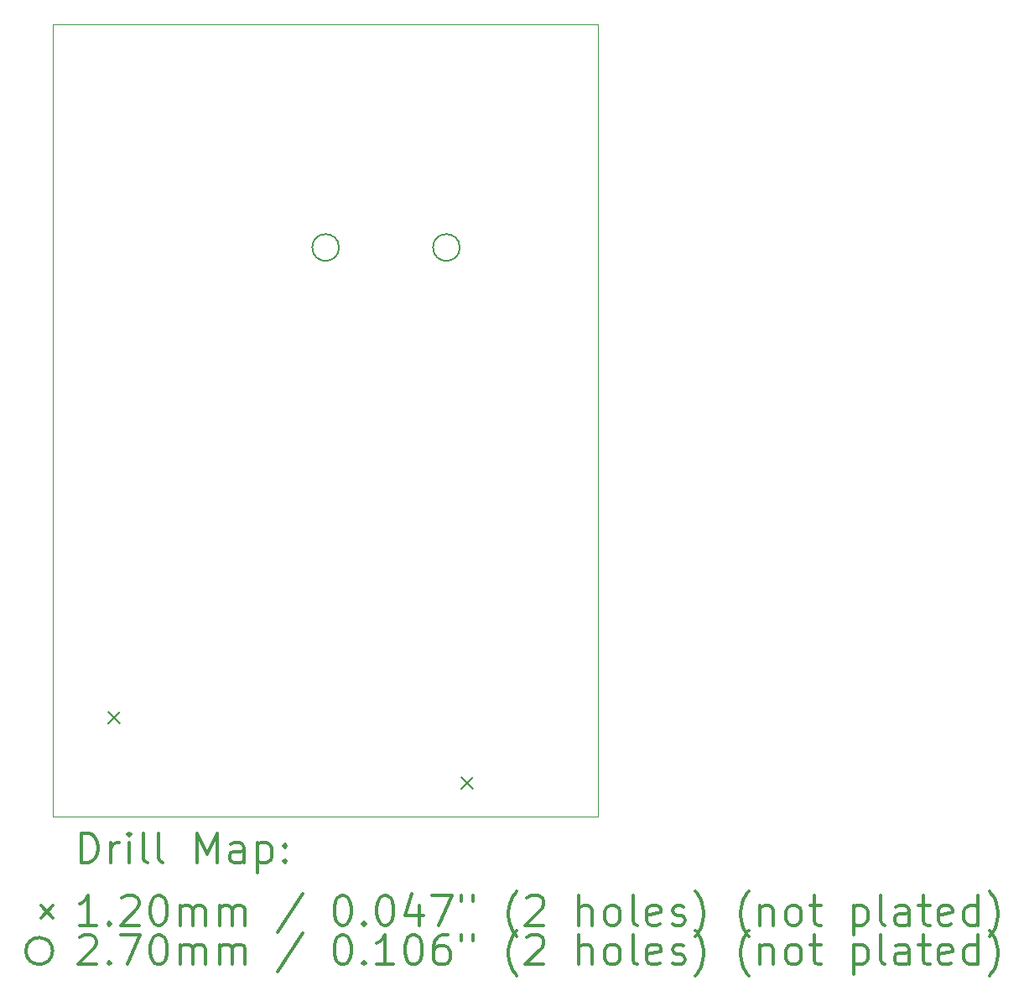
<source format=gbr>
%FSLAX45Y45*%
G04 Gerber Fmt 4.5, Leading zero omitted, Abs format (unit mm)*
G04 Created by KiCad (PCBNEW 5.1.6+dfsg1-1~bpo9+1) date 2022-04-20 22:27:03*
%MOMM*%
%LPD*%
G01*
G04 APERTURE LIST*
%TA.AperFunction,Profile*%
%ADD10C,0.050000*%
%TD*%
%ADD11C,0.200000*%
%ADD12C,0.300000*%
G04 APERTURE END LIST*
D10*
X7000000Y-5500000D02*
X12500000Y-5500000D01*
X12500000Y-13500000D02*
X12500000Y-5500000D01*
X7000000Y-13500000D02*
X7000000Y-5500000D01*
X7000000Y-13500000D02*
X12500000Y-13500000D01*
D11*
X7560000Y-12440000D02*
X7680000Y-12560000D01*
X7680000Y-12440000D02*
X7560000Y-12560000D01*
X11119150Y-13104800D02*
X11239150Y-13224800D01*
X11239150Y-13104800D02*
X11119150Y-13224800D01*
X11107800Y-7754400D02*
G75*
G03*
X11107800Y-7754400I-135000J0D01*
G01*
X9888600Y-7754400D02*
G75*
G03*
X9888600Y-7754400I-135000J0D01*
G01*
D12*
X7283928Y-13968214D02*
X7283928Y-13668214D01*
X7355357Y-13668214D01*
X7398214Y-13682500D01*
X7426786Y-13711071D01*
X7441071Y-13739643D01*
X7455357Y-13796786D01*
X7455357Y-13839643D01*
X7441071Y-13896786D01*
X7426786Y-13925357D01*
X7398214Y-13953929D01*
X7355357Y-13968214D01*
X7283928Y-13968214D01*
X7583928Y-13968214D02*
X7583928Y-13768214D01*
X7583928Y-13825357D02*
X7598214Y-13796786D01*
X7612500Y-13782500D01*
X7641071Y-13768214D01*
X7669643Y-13768214D01*
X7769643Y-13968214D02*
X7769643Y-13768214D01*
X7769643Y-13668214D02*
X7755357Y-13682500D01*
X7769643Y-13696786D01*
X7783928Y-13682500D01*
X7769643Y-13668214D01*
X7769643Y-13696786D01*
X7955357Y-13968214D02*
X7926786Y-13953929D01*
X7912500Y-13925357D01*
X7912500Y-13668214D01*
X8112500Y-13968214D02*
X8083928Y-13953929D01*
X8069643Y-13925357D01*
X8069643Y-13668214D01*
X8455357Y-13968214D02*
X8455357Y-13668214D01*
X8555357Y-13882500D01*
X8655357Y-13668214D01*
X8655357Y-13968214D01*
X8926786Y-13968214D02*
X8926786Y-13811071D01*
X8912500Y-13782500D01*
X8883928Y-13768214D01*
X8826786Y-13768214D01*
X8798214Y-13782500D01*
X8926786Y-13953929D02*
X8898214Y-13968214D01*
X8826786Y-13968214D01*
X8798214Y-13953929D01*
X8783928Y-13925357D01*
X8783928Y-13896786D01*
X8798214Y-13868214D01*
X8826786Y-13853929D01*
X8898214Y-13853929D01*
X8926786Y-13839643D01*
X9069643Y-13768214D02*
X9069643Y-14068214D01*
X9069643Y-13782500D02*
X9098214Y-13768214D01*
X9155357Y-13768214D01*
X9183928Y-13782500D01*
X9198214Y-13796786D01*
X9212500Y-13825357D01*
X9212500Y-13911071D01*
X9198214Y-13939643D01*
X9183928Y-13953929D01*
X9155357Y-13968214D01*
X9098214Y-13968214D01*
X9069643Y-13953929D01*
X9341071Y-13939643D02*
X9355357Y-13953929D01*
X9341071Y-13968214D01*
X9326786Y-13953929D01*
X9341071Y-13939643D01*
X9341071Y-13968214D01*
X9341071Y-13782500D02*
X9355357Y-13796786D01*
X9341071Y-13811071D01*
X9326786Y-13796786D01*
X9341071Y-13782500D01*
X9341071Y-13811071D01*
X6877500Y-14402500D02*
X6997500Y-14522500D01*
X6997500Y-14402500D02*
X6877500Y-14522500D01*
X7441071Y-14598214D02*
X7269643Y-14598214D01*
X7355357Y-14598214D02*
X7355357Y-14298214D01*
X7326786Y-14341071D01*
X7298214Y-14369643D01*
X7269643Y-14383929D01*
X7569643Y-14569643D02*
X7583928Y-14583929D01*
X7569643Y-14598214D01*
X7555357Y-14583929D01*
X7569643Y-14569643D01*
X7569643Y-14598214D01*
X7698214Y-14326786D02*
X7712500Y-14312500D01*
X7741071Y-14298214D01*
X7812500Y-14298214D01*
X7841071Y-14312500D01*
X7855357Y-14326786D01*
X7869643Y-14355357D01*
X7869643Y-14383929D01*
X7855357Y-14426786D01*
X7683928Y-14598214D01*
X7869643Y-14598214D01*
X8055357Y-14298214D02*
X8083928Y-14298214D01*
X8112500Y-14312500D01*
X8126786Y-14326786D01*
X8141071Y-14355357D01*
X8155357Y-14412500D01*
X8155357Y-14483929D01*
X8141071Y-14541071D01*
X8126786Y-14569643D01*
X8112500Y-14583929D01*
X8083928Y-14598214D01*
X8055357Y-14598214D01*
X8026786Y-14583929D01*
X8012500Y-14569643D01*
X7998214Y-14541071D01*
X7983928Y-14483929D01*
X7983928Y-14412500D01*
X7998214Y-14355357D01*
X8012500Y-14326786D01*
X8026786Y-14312500D01*
X8055357Y-14298214D01*
X8283928Y-14598214D02*
X8283928Y-14398214D01*
X8283928Y-14426786D02*
X8298214Y-14412500D01*
X8326786Y-14398214D01*
X8369643Y-14398214D01*
X8398214Y-14412500D01*
X8412500Y-14441071D01*
X8412500Y-14598214D01*
X8412500Y-14441071D02*
X8426786Y-14412500D01*
X8455357Y-14398214D01*
X8498214Y-14398214D01*
X8526786Y-14412500D01*
X8541071Y-14441071D01*
X8541071Y-14598214D01*
X8683928Y-14598214D02*
X8683928Y-14398214D01*
X8683928Y-14426786D02*
X8698214Y-14412500D01*
X8726786Y-14398214D01*
X8769643Y-14398214D01*
X8798214Y-14412500D01*
X8812500Y-14441071D01*
X8812500Y-14598214D01*
X8812500Y-14441071D02*
X8826786Y-14412500D01*
X8855357Y-14398214D01*
X8898214Y-14398214D01*
X8926786Y-14412500D01*
X8941071Y-14441071D01*
X8941071Y-14598214D01*
X9526786Y-14283929D02*
X9269643Y-14669643D01*
X9912500Y-14298214D02*
X9941071Y-14298214D01*
X9969643Y-14312500D01*
X9983928Y-14326786D01*
X9998214Y-14355357D01*
X10012500Y-14412500D01*
X10012500Y-14483929D01*
X9998214Y-14541071D01*
X9983928Y-14569643D01*
X9969643Y-14583929D01*
X9941071Y-14598214D01*
X9912500Y-14598214D01*
X9883928Y-14583929D01*
X9869643Y-14569643D01*
X9855357Y-14541071D01*
X9841071Y-14483929D01*
X9841071Y-14412500D01*
X9855357Y-14355357D01*
X9869643Y-14326786D01*
X9883928Y-14312500D01*
X9912500Y-14298214D01*
X10141071Y-14569643D02*
X10155357Y-14583929D01*
X10141071Y-14598214D01*
X10126786Y-14583929D01*
X10141071Y-14569643D01*
X10141071Y-14598214D01*
X10341071Y-14298214D02*
X10369643Y-14298214D01*
X10398214Y-14312500D01*
X10412500Y-14326786D01*
X10426786Y-14355357D01*
X10441071Y-14412500D01*
X10441071Y-14483929D01*
X10426786Y-14541071D01*
X10412500Y-14569643D01*
X10398214Y-14583929D01*
X10369643Y-14598214D01*
X10341071Y-14598214D01*
X10312500Y-14583929D01*
X10298214Y-14569643D01*
X10283928Y-14541071D01*
X10269643Y-14483929D01*
X10269643Y-14412500D01*
X10283928Y-14355357D01*
X10298214Y-14326786D01*
X10312500Y-14312500D01*
X10341071Y-14298214D01*
X10698214Y-14398214D02*
X10698214Y-14598214D01*
X10626786Y-14283929D02*
X10555357Y-14498214D01*
X10741071Y-14498214D01*
X10826786Y-14298214D02*
X11026786Y-14298214D01*
X10898214Y-14598214D01*
X11126786Y-14298214D02*
X11126786Y-14355357D01*
X11241071Y-14298214D02*
X11241071Y-14355357D01*
X11683928Y-14712500D02*
X11669643Y-14698214D01*
X11641071Y-14655357D01*
X11626786Y-14626786D01*
X11612500Y-14583929D01*
X11598214Y-14512500D01*
X11598214Y-14455357D01*
X11612500Y-14383929D01*
X11626786Y-14341071D01*
X11641071Y-14312500D01*
X11669643Y-14269643D01*
X11683928Y-14255357D01*
X11783928Y-14326786D02*
X11798214Y-14312500D01*
X11826786Y-14298214D01*
X11898214Y-14298214D01*
X11926786Y-14312500D01*
X11941071Y-14326786D01*
X11955357Y-14355357D01*
X11955357Y-14383929D01*
X11941071Y-14426786D01*
X11769643Y-14598214D01*
X11955357Y-14598214D01*
X12312500Y-14598214D02*
X12312500Y-14298214D01*
X12441071Y-14598214D02*
X12441071Y-14441071D01*
X12426786Y-14412500D01*
X12398214Y-14398214D01*
X12355357Y-14398214D01*
X12326786Y-14412500D01*
X12312500Y-14426786D01*
X12626786Y-14598214D02*
X12598214Y-14583929D01*
X12583928Y-14569643D01*
X12569643Y-14541071D01*
X12569643Y-14455357D01*
X12583928Y-14426786D01*
X12598214Y-14412500D01*
X12626786Y-14398214D01*
X12669643Y-14398214D01*
X12698214Y-14412500D01*
X12712500Y-14426786D01*
X12726786Y-14455357D01*
X12726786Y-14541071D01*
X12712500Y-14569643D01*
X12698214Y-14583929D01*
X12669643Y-14598214D01*
X12626786Y-14598214D01*
X12898214Y-14598214D02*
X12869643Y-14583929D01*
X12855357Y-14555357D01*
X12855357Y-14298214D01*
X13126786Y-14583929D02*
X13098214Y-14598214D01*
X13041071Y-14598214D01*
X13012500Y-14583929D01*
X12998214Y-14555357D01*
X12998214Y-14441071D01*
X13012500Y-14412500D01*
X13041071Y-14398214D01*
X13098214Y-14398214D01*
X13126786Y-14412500D01*
X13141071Y-14441071D01*
X13141071Y-14469643D01*
X12998214Y-14498214D01*
X13255357Y-14583929D02*
X13283928Y-14598214D01*
X13341071Y-14598214D01*
X13369643Y-14583929D01*
X13383928Y-14555357D01*
X13383928Y-14541071D01*
X13369643Y-14512500D01*
X13341071Y-14498214D01*
X13298214Y-14498214D01*
X13269643Y-14483929D01*
X13255357Y-14455357D01*
X13255357Y-14441071D01*
X13269643Y-14412500D01*
X13298214Y-14398214D01*
X13341071Y-14398214D01*
X13369643Y-14412500D01*
X13483928Y-14712500D02*
X13498214Y-14698214D01*
X13526786Y-14655357D01*
X13541071Y-14626786D01*
X13555357Y-14583929D01*
X13569643Y-14512500D01*
X13569643Y-14455357D01*
X13555357Y-14383929D01*
X13541071Y-14341071D01*
X13526786Y-14312500D01*
X13498214Y-14269643D01*
X13483928Y-14255357D01*
X14026786Y-14712500D02*
X14012500Y-14698214D01*
X13983928Y-14655357D01*
X13969643Y-14626786D01*
X13955357Y-14583929D01*
X13941071Y-14512500D01*
X13941071Y-14455357D01*
X13955357Y-14383929D01*
X13969643Y-14341071D01*
X13983928Y-14312500D01*
X14012500Y-14269643D01*
X14026786Y-14255357D01*
X14141071Y-14398214D02*
X14141071Y-14598214D01*
X14141071Y-14426786D02*
X14155357Y-14412500D01*
X14183928Y-14398214D01*
X14226786Y-14398214D01*
X14255357Y-14412500D01*
X14269643Y-14441071D01*
X14269643Y-14598214D01*
X14455357Y-14598214D02*
X14426786Y-14583929D01*
X14412500Y-14569643D01*
X14398214Y-14541071D01*
X14398214Y-14455357D01*
X14412500Y-14426786D01*
X14426786Y-14412500D01*
X14455357Y-14398214D01*
X14498214Y-14398214D01*
X14526786Y-14412500D01*
X14541071Y-14426786D01*
X14555357Y-14455357D01*
X14555357Y-14541071D01*
X14541071Y-14569643D01*
X14526786Y-14583929D01*
X14498214Y-14598214D01*
X14455357Y-14598214D01*
X14641071Y-14398214D02*
X14755357Y-14398214D01*
X14683928Y-14298214D02*
X14683928Y-14555357D01*
X14698214Y-14583929D01*
X14726786Y-14598214D01*
X14755357Y-14598214D01*
X15083928Y-14398214D02*
X15083928Y-14698214D01*
X15083928Y-14412500D02*
X15112500Y-14398214D01*
X15169643Y-14398214D01*
X15198214Y-14412500D01*
X15212500Y-14426786D01*
X15226786Y-14455357D01*
X15226786Y-14541071D01*
X15212500Y-14569643D01*
X15198214Y-14583929D01*
X15169643Y-14598214D01*
X15112500Y-14598214D01*
X15083928Y-14583929D01*
X15398214Y-14598214D02*
X15369643Y-14583929D01*
X15355357Y-14555357D01*
X15355357Y-14298214D01*
X15641071Y-14598214D02*
X15641071Y-14441071D01*
X15626786Y-14412500D01*
X15598214Y-14398214D01*
X15541071Y-14398214D01*
X15512500Y-14412500D01*
X15641071Y-14583929D02*
X15612500Y-14598214D01*
X15541071Y-14598214D01*
X15512500Y-14583929D01*
X15498214Y-14555357D01*
X15498214Y-14526786D01*
X15512500Y-14498214D01*
X15541071Y-14483929D01*
X15612500Y-14483929D01*
X15641071Y-14469643D01*
X15741071Y-14398214D02*
X15855357Y-14398214D01*
X15783928Y-14298214D02*
X15783928Y-14555357D01*
X15798214Y-14583929D01*
X15826786Y-14598214D01*
X15855357Y-14598214D01*
X16069643Y-14583929D02*
X16041071Y-14598214D01*
X15983928Y-14598214D01*
X15955357Y-14583929D01*
X15941071Y-14555357D01*
X15941071Y-14441071D01*
X15955357Y-14412500D01*
X15983928Y-14398214D01*
X16041071Y-14398214D01*
X16069643Y-14412500D01*
X16083928Y-14441071D01*
X16083928Y-14469643D01*
X15941071Y-14498214D01*
X16341071Y-14598214D02*
X16341071Y-14298214D01*
X16341071Y-14583929D02*
X16312500Y-14598214D01*
X16255357Y-14598214D01*
X16226786Y-14583929D01*
X16212500Y-14569643D01*
X16198214Y-14541071D01*
X16198214Y-14455357D01*
X16212500Y-14426786D01*
X16226786Y-14412500D01*
X16255357Y-14398214D01*
X16312500Y-14398214D01*
X16341071Y-14412500D01*
X16455357Y-14712500D02*
X16469643Y-14698214D01*
X16498214Y-14655357D01*
X16512500Y-14626786D01*
X16526786Y-14583929D01*
X16541071Y-14512500D01*
X16541071Y-14455357D01*
X16526786Y-14383929D01*
X16512500Y-14341071D01*
X16498214Y-14312500D01*
X16469643Y-14269643D01*
X16455357Y-14255357D01*
X6997500Y-14858500D02*
G75*
G03*
X6997500Y-14858500I-135000J0D01*
G01*
X7269643Y-14722786D02*
X7283928Y-14708500D01*
X7312500Y-14694214D01*
X7383928Y-14694214D01*
X7412500Y-14708500D01*
X7426786Y-14722786D01*
X7441071Y-14751357D01*
X7441071Y-14779929D01*
X7426786Y-14822786D01*
X7255357Y-14994214D01*
X7441071Y-14994214D01*
X7569643Y-14965643D02*
X7583928Y-14979929D01*
X7569643Y-14994214D01*
X7555357Y-14979929D01*
X7569643Y-14965643D01*
X7569643Y-14994214D01*
X7683928Y-14694214D02*
X7883928Y-14694214D01*
X7755357Y-14994214D01*
X8055357Y-14694214D02*
X8083928Y-14694214D01*
X8112500Y-14708500D01*
X8126786Y-14722786D01*
X8141071Y-14751357D01*
X8155357Y-14808500D01*
X8155357Y-14879929D01*
X8141071Y-14937071D01*
X8126786Y-14965643D01*
X8112500Y-14979929D01*
X8083928Y-14994214D01*
X8055357Y-14994214D01*
X8026786Y-14979929D01*
X8012500Y-14965643D01*
X7998214Y-14937071D01*
X7983928Y-14879929D01*
X7983928Y-14808500D01*
X7998214Y-14751357D01*
X8012500Y-14722786D01*
X8026786Y-14708500D01*
X8055357Y-14694214D01*
X8283928Y-14994214D02*
X8283928Y-14794214D01*
X8283928Y-14822786D02*
X8298214Y-14808500D01*
X8326786Y-14794214D01*
X8369643Y-14794214D01*
X8398214Y-14808500D01*
X8412500Y-14837071D01*
X8412500Y-14994214D01*
X8412500Y-14837071D02*
X8426786Y-14808500D01*
X8455357Y-14794214D01*
X8498214Y-14794214D01*
X8526786Y-14808500D01*
X8541071Y-14837071D01*
X8541071Y-14994214D01*
X8683928Y-14994214D02*
X8683928Y-14794214D01*
X8683928Y-14822786D02*
X8698214Y-14808500D01*
X8726786Y-14794214D01*
X8769643Y-14794214D01*
X8798214Y-14808500D01*
X8812500Y-14837071D01*
X8812500Y-14994214D01*
X8812500Y-14837071D02*
X8826786Y-14808500D01*
X8855357Y-14794214D01*
X8898214Y-14794214D01*
X8926786Y-14808500D01*
X8941071Y-14837071D01*
X8941071Y-14994214D01*
X9526786Y-14679929D02*
X9269643Y-15065643D01*
X9912500Y-14694214D02*
X9941071Y-14694214D01*
X9969643Y-14708500D01*
X9983928Y-14722786D01*
X9998214Y-14751357D01*
X10012500Y-14808500D01*
X10012500Y-14879929D01*
X9998214Y-14937071D01*
X9983928Y-14965643D01*
X9969643Y-14979929D01*
X9941071Y-14994214D01*
X9912500Y-14994214D01*
X9883928Y-14979929D01*
X9869643Y-14965643D01*
X9855357Y-14937071D01*
X9841071Y-14879929D01*
X9841071Y-14808500D01*
X9855357Y-14751357D01*
X9869643Y-14722786D01*
X9883928Y-14708500D01*
X9912500Y-14694214D01*
X10141071Y-14965643D02*
X10155357Y-14979929D01*
X10141071Y-14994214D01*
X10126786Y-14979929D01*
X10141071Y-14965643D01*
X10141071Y-14994214D01*
X10441071Y-14994214D02*
X10269643Y-14994214D01*
X10355357Y-14994214D02*
X10355357Y-14694214D01*
X10326786Y-14737071D01*
X10298214Y-14765643D01*
X10269643Y-14779929D01*
X10626786Y-14694214D02*
X10655357Y-14694214D01*
X10683928Y-14708500D01*
X10698214Y-14722786D01*
X10712500Y-14751357D01*
X10726786Y-14808500D01*
X10726786Y-14879929D01*
X10712500Y-14937071D01*
X10698214Y-14965643D01*
X10683928Y-14979929D01*
X10655357Y-14994214D01*
X10626786Y-14994214D01*
X10598214Y-14979929D01*
X10583928Y-14965643D01*
X10569643Y-14937071D01*
X10555357Y-14879929D01*
X10555357Y-14808500D01*
X10569643Y-14751357D01*
X10583928Y-14722786D01*
X10598214Y-14708500D01*
X10626786Y-14694214D01*
X10983928Y-14694214D02*
X10926786Y-14694214D01*
X10898214Y-14708500D01*
X10883928Y-14722786D01*
X10855357Y-14765643D01*
X10841071Y-14822786D01*
X10841071Y-14937071D01*
X10855357Y-14965643D01*
X10869643Y-14979929D01*
X10898214Y-14994214D01*
X10955357Y-14994214D01*
X10983928Y-14979929D01*
X10998214Y-14965643D01*
X11012500Y-14937071D01*
X11012500Y-14865643D01*
X10998214Y-14837071D01*
X10983928Y-14822786D01*
X10955357Y-14808500D01*
X10898214Y-14808500D01*
X10869643Y-14822786D01*
X10855357Y-14837071D01*
X10841071Y-14865643D01*
X11126786Y-14694214D02*
X11126786Y-14751357D01*
X11241071Y-14694214D02*
X11241071Y-14751357D01*
X11683928Y-15108500D02*
X11669643Y-15094214D01*
X11641071Y-15051357D01*
X11626786Y-15022786D01*
X11612500Y-14979929D01*
X11598214Y-14908500D01*
X11598214Y-14851357D01*
X11612500Y-14779929D01*
X11626786Y-14737071D01*
X11641071Y-14708500D01*
X11669643Y-14665643D01*
X11683928Y-14651357D01*
X11783928Y-14722786D02*
X11798214Y-14708500D01*
X11826786Y-14694214D01*
X11898214Y-14694214D01*
X11926786Y-14708500D01*
X11941071Y-14722786D01*
X11955357Y-14751357D01*
X11955357Y-14779929D01*
X11941071Y-14822786D01*
X11769643Y-14994214D01*
X11955357Y-14994214D01*
X12312500Y-14994214D02*
X12312500Y-14694214D01*
X12441071Y-14994214D02*
X12441071Y-14837071D01*
X12426786Y-14808500D01*
X12398214Y-14794214D01*
X12355357Y-14794214D01*
X12326786Y-14808500D01*
X12312500Y-14822786D01*
X12626786Y-14994214D02*
X12598214Y-14979929D01*
X12583928Y-14965643D01*
X12569643Y-14937071D01*
X12569643Y-14851357D01*
X12583928Y-14822786D01*
X12598214Y-14808500D01*
X12626786Y-14794214D01*
X12669643Y-14794214D01*
X12698214Y-14808500D01*
X12712500Y-14822786D01*
X12726786Y-14851357D01*
X12726786Y-14937071D01*
X12712500Y-14965643D01*
X12698214Y-14979929D01*
X12669643Y-14994214D01*
X12626786Y-14994214D01*
X12898214Y-14994214D02*
X12869643Y-14979929D01*
X12855357Y-14951357D01*
X12855357Y-14694214D01*
X13126786Y-14979929D02*
X13098214Y-14994214D01*
X13041071Y-14994214D01*
X13012500Y-14979929D01*
X12998214Y-14951357D01*
X12998214Y-14837071D01*
X13012500Y-14808500D01*
X13041071Y-14794214D01*
X13098214Y-14794214D01*
X13126786Y-14808500D01*
X13141071Y-14837071D01*
X13141071Y-14865643D01*
X12998214Y-14894214D01*
X13255357Y-14979929D02*
X13283928Y-14994214D01*
X13341071Y-14994214D01*
X13369643Y-14979929D01*
X13383928Y-14951357D01*
X13383928Y-14937071D01*
X13369643Y-14908500D01*
X13341071Y-14894214D01*
X13298214Y-14894214D01*
X13269643Y-14879929D01*
X13255357Y-14851357D01*
X13255357Y-14837071D01*
X13269643Y-14808500D01*
X13298214Y-14794214D01*
X13341071Y-14794214D01*
X13369643Y-14808500D01*
X13483928Y-15108500D02*
X13498214Y-15094214D01*
X13526786Y-15051357D01*
X13541071Y-15022786D01*
X13555357Y-14979929D01*
X13569643Y-14908500D01*
X13569643Y-14851357D01*
X13555357Y-14779929D01*
X13541071Y-14737071D01*
X13526786Y-14708500D01*
X13498214Y-14665643D01*
X13483928Y-14651357D01*
X14026786Y-15108500D02*
X14012500Y-15094214D01*
X13983928Y-15051357D01*
X13969643Y-15022786D01*
X13955357Y-14979929D01*
X13941071Y-14908500D01*
X13941071Y-14851357D01*
X13955357Y-14779929D01*
X13969643Y-14737071D01*
X13983928Y-14708500D01*
X14012500Y-14665643D01*
X14026786Y-14651357D01*
X14141071Y-14794214D02*
X14141071Y-14994214D01*
X14141071Y-14822786D02*
X14155357Y-14808500D01*
X14183928Y-14794214D01*
X14226786Y-14794214D01*
X14255357Y-14808500D01*
X14269643Y-14837071D01*
X14269643Y-14994214D01*
X14455357Y-14994214D02*
X14426786Y-14979929D01*
X14412500Y-14965643D01*
X14398214Y-14937071D01*
X14398214Y-14851357D01*
X14412500Y-14822786D01*
X14426786Y-14808500D01*
X14455357Y-14794214D01*
X14498214Y-14794214D01*
X14526786Y-14808500D01*
X14541071Y-14822786D01*
X14555357Y-14851357D01*
X14555357Y-14937071D01*
X14541071Y-14965643D01*
X14526786Y-14979929D01*
X14498214Y-14994214D01*
X14455357Y-14994214D01*
X14641071Y-14794214D02*
X14755357Y-14794214D01*
X14683928Y-14694214D02*
X14683928Y-14951357D01*
X14698214Y-14979929D01*
X14726786Y-14994214D01*
X14755357Y-14994214D01*
X15083928Y-14794214D02*
X15083928Y-15094214D01*
X15083928Y-14808500D02*
X15112500Y-14794214D01*
X15169643Y-14794214D01*
X15198214Y-14808500D01*
X15212500Y-14822786D01*
X15226786Y-14851357D01*
X15226786Y-14937071D01*
X15212500Y-14965643D01*
X15198214Y-14979929D01*
X15169643Y-14994214D01*
X15112500Y-14994214D01*
X15083928Y-14979929D01*
X15398214Y-14994214D02*
X15369643Y-14979929D01*
X15355357Y-14951357D01*
X15355357Y-14694214D01*
X15641071Y-14994214D02*
X15641071Y-14837071D01*
X15626786Y-14808500D01*
X15598214Y-14794214D01*
X15541071Y-14794214D01*
X15512500Y-14808500D01*
X15641071Y-14979929D02*
X15612500Y-14994214D01*
X15541071Y-14994214D01*
X15512500Y-14979929D01*
X15498214Y-14951357D01*
X15498214Y-14922786D01*
X15512500Y-14894214D01*
X15541071Y-14879929D01*
X15612500Y-14879929D01*
X15641071Y-14865643D01*
X15741071Y-14794214D02*
X15855357Y-14794214D01*
X15783928Y-14694214D02*
X15783928Y-14951357D01*
X15798214Y-14979929D01*
X15826786Y-14994214D01*
X15855357Y-14994214D01*
X16069643Y-14979929D02*
X16041071Y-14994214D01*
X15983928Y-14994214D01*
X15955357Y-14979929D01*
X15941071Y-14951357D01*
X15941071Y-14837071D01*
X15955357Y-14808500D01*
X15983928Y-14794214D01*
X16041071Y-14794214D01*
X16069643Y-14808500D01*
X16083928Y-14837071D01*
X16083928Y-14865643D01*
X15941071Y-14894214D01*
X16341071Y-14994214D02*
X16341071Y-14694214D01*
X16341071Y-14979929D02*
X16312500Y-14994214D01*
X16255357Y-14994214D01*
X16226786Y-14979929D01*
X16212500Y-14965643D01*
X16198214Y-14937071D01*
X16198214Y-14851357D01*
X16212500Y-14822786D01*
X16226786Y-14808500D01*
X16255357Y-14794214D01*
X16312500Y-14794214D01*
X16341071Y-14808500D01*
X16455357Y-15108500D02*
X16469643Y-15094214D01*
X16498214Y-15051357D01*
X16512500Y-15022786D01*
X16526786Y-14979929D01*
X16541071Y-14908500D01*
X16541071Y-14851357D01*
X16526786Y-14779929D01*
X16512500Y-14737071D01*
X16498214Y-14708500D01*
X16469643Y-14665643D01*
X16455357Y-14651357D01*
M02*

</source>
